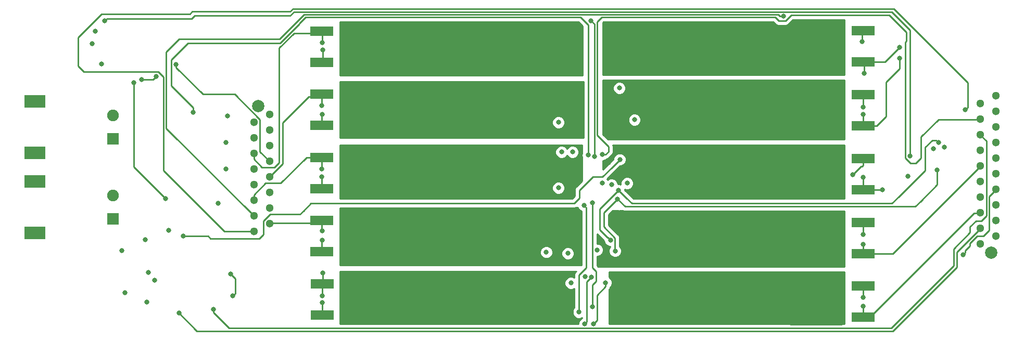
<source format=gbl>
G04 #@! TF.GenerationSoftware,KiCad,Pcbnew,5.0.2-bee76a0~70~ubuntu16.04.1*
G04 #@! TF.CreationDate,2019-04-22T00:31:27-04:00*
G04 #@! TF.ProjectId,BMS_peripheral,424d535f-7065-4726-9970-686572616c2e,rev?*
G04 #@! TF.SameCoordinates,Original*
G04 #@! TF.FileFunction,Copper,L4,Bot*
G04 #@! TF.FilePolarity,Positive*
%FSLAX46Y46*%
G04 Gerber Fmt 4.6, Leading zero omitted, Abs format (unit mm)*
G04 Created by KiCad (PCBNEW 5.0.2-bee76a0~70~ubuntu16.04.1) date Mon 22 Apr 2019 12:31:27 AM EDT*
%MOMM*%
%LPD*%
G01*
G04 APERTURE LIST*
G04 #@! TA.AperFunction,ComponentPad*
%ADD10C,2.000000*%
G04 #@! TD*
G04 #@! TA.AperFunction,ComponentPad*
%ADD11C,1.300000*%
G04 #@! TD*
G04 #@! TA.AperFunction,SMDPad,CuDef*
%ADD12R,8.510000X7.870000*%
G04 #@! TD*
G04 #@! TA.AperFunction,SMDPad,CuDef*
%ADD13R,3.810000X1.650000*%
G04 #@! TD*
G04 #@! TA.AperFunction,WasherPad*
%ADD14R,3.400000X2.000000*%
G04 #@! TD*
G04 #@! TA.AperFunction,ComponentPad*
%ADD15R,1.900000X1.900000*%
G04 #@! TD*
G04 #@! TA.AperFunction,ComponentPad*
%ADD16C,1.900000*%
G04 #@! TD*
G04 #@! TA.AperFunction,ViaPad*
%ADD17C,0.800000*%
G04 #@! TD*
G04 #@! TA.AperFunction,Conductor*
%ADD18C,0.254000*%
G04 #@! TD*
G04 #@! TA.AperFunction,Conductor*
%ADD19C,0.250000*%
G04 #@! TD*
G04 APERTURE END LIST*
D10*
G04 #@! TO.P,J3,17*
G04 #@! TO.N,N/C*
X83798000Y-37462000D03*
D11*
G04 #@! TO.P,J3,16*
G04 #@! TO.N,/MODULE5_TEMP2*
X83058000Y-57912000D03*
G04 #@! TO.P,J3,15*
G04 #@! TO.N,/CELL4_VOLT*
X85598000Y-56642000D03*
G04 #@! TO.P,J3,14*
G04 #@! TO.N,/MODULE5_TEMP1*
X83058000Y-55372000D03*
G04 #@! TO.P,J3,13*
G04 #@! TO.N,/MODULE4_TEMP2*
X85598000Y-54102000D03*
G04 #@! TO.P,J3,12*
G04 #@! TO.N,/CELL3_VOLT*
X83058000Y-52832000D03*
G04 #@! TO.P,J3,11*
G04 #@! TO.N,/MODULE4_TEMP1*
X85598000Y-51562000D03*
G04 #@! TO.P,J3,10*
G04 #@! TO.N,/MODULE3_TEMP2*
X83058000Y-50292000D03*
G04 #@! TO.P,J3,9*
G04 #@! TO.N,/CELL2_VOLT*
X85598000Y-49022000D03*
G04 #@! TO.P,J3,8*
G04 #@! TO.N,/MODULE3_TEMP1*
X83058000Y-47752000D03*
G04 #@! TO.P,J3,6*
G04 #@! TO.N,/CELL1_VOLT*
X83058000Y-45212000D03*
G04 #@! TO.P,J3,4*
G04 #@! TO.N,GND*
X83058000Y-42672000D03*
G04 #@! TO.P,J3,2*
G04 #@! TO.N,/CELL0_VOLT*
X83058000Y-40132000D03*
G04 #@! TO.P,J3,7*
G04 #@! TO.N,/MODULE2_TEMP2*
X85598000Y-46482000D03*
G04 #@! TO.P,J3,1*
G04 #@! TO.N,/MODULE1_TEMP1*
X85598000Y-38862000D03*
G04 #@! TO.P,J3,3*
G04 #@! TO.N,/MODULE1_TEMP2*
X85598000Y-41402000D03*
G04 #@! TO.P,J3,5*
G04 #@! TO.N,/MODULE2_TEMP1*
X85598000Y-43942000D03*
G04 #@! TD*
G04 #@! TO.P,J4,5*
G04 #@! TO.N,/CELL6_VOLT*
X201168000Y-54864000D03*
G04 #@! TO.P,J4,3*
G04 #@! TO.N,/MODULE9_TEMP1*
X201168000Y-57404000D03*
G04 #@! TO.P,J4,1*
G04 #@! TO.N,/MODULE9_TEMP2*
X201168000Y-59944000D03*
G04 #@! TO.P,J4,7*
G04 #@! TO.N,/MODULE8_TEMP1*
X201168000Y-52324000D03*
G04 #@! TO.P,J4,2*
G04 #@! TO.N,/CELL8_VOLT*
X203708000Y-58674000D03*
G04 #@! TO.P,J4,4*
G04 #@! TO.N,/MODULE10_TEMP2*
X203708000Y-56134000D03*
G04 #@! TO.P,J4,6*
G04 #@! TO.N,/MODULE8_TEMP2*
X203708000Y-53594000D03*
G04 #@! TO.P,J4,8*
G04 #@! TO.N,/CELL5_VOLT*
X203708000Y-51054000D03*
G04 #@! TO.P,J4,9*
G04 #@! TO.N,/MODULE7_TEMP2*
X201168000Y-49784000D03*
G04 #@! TO.P,J4,10*
G04 #@! TO.N,/MODULE7_TEMP1*
X203708000Y-48514000D03*
G04 #@! TO.P,J4,11*
G04 #@! TO.N,/CELL7_VOLT*
X201168000Y-47244000D03*
G04 #@! TO.P,J4,12*
G04 #@! TO.N,/MODULE6_TEMP2*
X203708000Y-45974000D03*
G04 #@! TO.P,J4,13*
G04 #@! TO.N,/MODULE6_TEMP1*
X201168000Y-44704000D03*
G04 #@! TO.P,J4,14*
G04 #@! TO.N,/CELL9_VOLT*
X203708000Y-43434000D03*
G04 #@! TO.P,J4,15*
G04 #@! TO.N,/MODULE10_TEMP1*
X201168000Y-42164000D03*
G04 #@! TO.P,J4,16*
G04 #@! TO.N,/CELL10_VOLT*
X203708000Y-40894000D03*
G04 #@! TO.P,J4,17*
G04 #@! TO.N,/V+*
X201168000Y-39624000D03*
G04 #@! TO.P,J4,18*
G04 #@! TO.N,/VREG*
X203708000Y-38354000D03*
G04 #@! TO.P,J4,19*
G04 #@! TO.N,GND*
X201168000Y-37084000D03*
G04 #@! TO.P,J4,20*
G04 #@! TO.N,Net-(J4-Pad20)*
X203708000Y-35814000D03*
D10*
G04 #@! TO.P,J4,21*
G04 #@! TO.N,N/C*
X202968000Y-61344000D03*
G04 #@! TD*
D12*
G04 #@! TO.P,R11,EP*
G04 #@! TO.N,Net-(R11-PadEP)*
X101752400Y-27838400D03*
D13*
G04 #@! TO.P,R11,2*
G04 #@! TO.N,/CELL1_VOLT*
X94127400Y-25298400D03*
G04 #@! TO.P,R11,1*
G04 #@! TO.N,Net-(D1-Pad2)*
X94127400Y-30378400D03*
G04 #@! TD*
G04 #@! TO.P,R12,1*
G04 #@! TO.N,Net-(D2-Pad2)*
X94127400Y-40589200D03*
G04 #@! TO.P,R12,2*
G04 #@! TO.N,/CELL2_VOLT*
X94127400Y-35509200D03*
D12*
G04 #@! TO.P,R12,EP*
G04 #@! TO.N,Net-(R12-PadEP)*
X101752400Y-38049200D03*
G04 #@! TD*
D13*
G04 #@! TO.P,R13,1*
G04 #@! TO.N,Net-(D3-Pad2)*
X94102000Y-50901600D03*
G04 #@! TO.P,R13,2*
G04 #@! TO.N,/CELL3_VOLT*
X94102000Y-45821600D03*
D12*
G04 #@! TO.P,R13,EP*
G04 #@! TO.N,Net-(R13-PadEP)*
X101727000Y-48361600D03*
G04 #@! TD*
G04 #@! TO.P,R14,EP*
G04 #@! TO.N,Net-(R14-PadEP)*
X101752400Y-58674000D03*
D13*
G04 #@! TO.P,R14,2*
G04 #@! TO.N,/CELL4_VOLT*
X94127400Y-56134000D03*
G04 #@! TO.P,R14,1*
G04 #@! TO.N,Net-(D4-Pad2)*
X94127400Y-61214000D03*
G04 #@! TD*
G04 #@! TO.P,R15,1*
G04 #@! TO.N,Net-(D5-Pad2)*
X94152800Y-71475600D03*
G04 #@! TO.P,R15,2*
G04 #@! TO.N,/CELL5_VOLT*
X94152800Y-66395600D03*
D12*
G04 #@! TO.P,R15,EP*
G04 #@! TO.N,Net-(R15-PadEP)*
X101777800Y-68935600D03*
G04 #@! TD*
D13*
G04 #@! TO.P,R16,1*
G04 #@! TO.N,Net-(D6-Pad2)*
X182123000Y-66802000D03*
G04 #@! TO.P,R16,2*
G04 #@! TO.N,/CELL6_VOLT*
X182123000Y-71882000D03*
D12*
G04 #@! TO.P,R16,EP*
G04 #@! TO.N,Net-(R16-PadEP)*
X174498000Y-69342000D03*
G04 #@! TD*
G04 #@! TO.P,R17,EP*
G04 #@! TO.N,Net-(R17-PadEP)*
X174498000Y-58991500D03*
D13*
G04 #@! TO.P,R17,2*
G04 #@! TO.N,/CELL7_VOLT*
X182123000Y-61531500D03*
G04 #@! TO.P,R17,1*
G04 #@! TO.N,Net-(D7-Pad2)*
X182123000Y-56451500D03*
G04 #@! TD*
D12*
G04 #@! TO.P,R18,EP*
G04 #@! TO.N,Net-(R18-PadEP)*
X174498000Y-48577500D03*
D13*
G04 #@! TO.P,R18,2*
G04 #@! TO.N,/CELL8_VOLT*
X182123000Y-51117500D03*
G04 #@! TO.P,R18,1*
G04 #@! TO.N,Net-(D8-Pad2)*
X182123000Y-46037500D03*
G04 #@! TD*
D12*
G04 #@! TO.P,R19,EP*
G04 #@! TO.N,Net-(R19-PadEP)*
X174523400Y-38125400D03*
D13*
G04 #@! TO.P,R19,2*
G04 #@! TO.N,/CELL9_VOLT*
X182148400Y-40665400D03*
G04 #@! TO.P,R19,1*
G04 #@! TO.N,Net-(D9-Pad2)*
X182148400Y-35585400D03*
G04 #@! TD*
D12*
G04 #@! TO.P,R20,EP*
G04 #@! TO.N,Net-(R20-PadEP)*
X174523400Y-27711400D03*
D13*
G04 #@! TO.P,R20,2*
G04 #@! TO.N,/CELL10_VOLT*
X182148400Y-30251400D03*
G04 #@! TO.P,R20,1*
G04 #@! TO.N,Net-(D10-Pad2)*
X182148400Y-25171400D03*
G04 #@! TD*
D14*
G04 #@! TO.P,J1,*
G04 #@! TO.N,*
X47431960Y-45057060D03*
X47431960Y-36675060D03*
D15*
G04 #@! TO.P,J1,1*
G04 #@! TO.N,Net-(J1-Pad1)*
X60131960Y-42771060D03*
D16*
G04 #@! TO.P,J1,2*
G04 #@! TO.N,Net-(J1-Pad2)*
X60131960Y-38961060D03*
G04 #@! TD*
G04 #@! TO.P,J2,2*
G04 #@! TO.N,Net-(J2-Pad2)*
X60154820Y-51996340D03*
D15*
G04 #@! TO.P,J2,1*
G04 #@! TO.N,Net-(J2-Pad1)*
X60154820Y-55806340D03*
D14*
G04 #@! TO.P,J2,*
G04 #@! TO.N,*
X47454820Y-49710340D03*
X47454820Y-58092340D03*
G04 #@! TD*
D17*
G04 #@! TO.N,GND*
X77216000Y-53276500D03*
X78486000Y-47688500D03*
X78486000Y-43370500D03*
X78740000Y-39052500D03*
X65905380Y-64579500D03*
X132588000Y-40132000D03*
X132588000Y-50800000D03*
X58293000Y-30607000D03*
X57277000Y-25273000D03*
X61587380Y-61023500D03*
X62095380Y-67881500D03*
X144953847Y-39704153D03*
X143764000Y-50038000D03*
X141224000Y-50292000D03*
X136906000Y-65278000D03*
X134112000Y-61468000D03*
X189411050Y-48895000D03*
X134874000Y-44958000D03*
X69207380Y-57721500D03*
G04 #@! TO.N,/VREG*
X195326000Y-44196000D03*
X193548000Y-44450000D03*
X142494000Y-34544000D03*
X139700000Y-50038000D03*
X133096000Y-44958000D03*
X56769000Y-27305000D03*
X65397380Y-59245500D03*
X65651380Y-69405500D03*
X66921380Y-65849500D03*
X138874500Y-60896500D03*
X130619500Y-61277500D03*
G04 #@! TO.N,/TEMP_SENSE*
X142566000Y-46164500D03*
X71577200Y-58648600D03*
G04 #@! TO.N,Net-(D1-Pad2)*
X94284800Y-28321000D03*
G04 #@! TO.N,Net-(D2-Pad2)*
X94132400Y-38785800D03*
G04 #@! TO.N,Net-(D3-Pad2)*
X94081600Y-48971200D03*
G04 #@! TO.N,Net-(D4-Pad2)*
X94157800Y-59334400D03*
G04 #@! TO.N,Net-(D5-Pad2)*
X94132400Y-69443600D03*
G04 #@! TO.N,Net-(D6-Pad2)*
X182118000Y-68643500D03*
G04 #@! TO.N,Net-(D7-Pad2)*
X182118000Y-58356500D03*
G04 #@! TO.N,Net-(D8-Pad2)*
X180467000Y-48641000D03*
G04 #@! TO.N,Net-(D9-Pad2)*
X182118000Y-37642800D03*
G04 #@! TO.N,Net-(D10-Pad2)*
X181991000Y-27000200D03*
G04 #@! TO.N,/MODULE2_TEMP2*
X70416847Y-30665847D03*
G04 #@! TO.N,/CELL1_VOLT*
X94132400Y-27127200D03*
G04 #@! TO.N,/CELL2_VOLT*
X94107000Y-37414200D03*
G04 #@! TO.N,/CELL3_VOLT*
X94081600Y-47726600D03*
G04 #@! TO.N,/MODULE5_TEMP1*
X169164000Y-22828510D03*
G04 #@! TO.N,/CELL4_VOLT*
X94157800Y-57810400D03*
G04 #@! TO.N,/MODULE5_TEMP2*
X198755000Y-38100000D03*
G04 #@! TO.N,/CELL6_VOLT*
X182181500Y-70040500D03*
G04 #@! TO.N,/MODULE9_TEMP1*
X70858380Y-71183500D03*
G04 #@! TO.N,/CELL8_VOLT*
X182118000Y-49085500D03*
X185293000Y-51117500D03*
G04 #@! TO.N,/CELL5_VOLT*
X198374000Y-61722000D03*
X94234000Y-64617600D03*
X94132400Y-68351400D03*
G04 #@! TO.N,/CELL7_VOLT*
X182143400Y-59969400D03*
G04 #@! TO.N,/MODULE10_TEMP1*
X76446380Y-70548500D03*
G04 #@! TO.N,/CELL9_VOLT*
X188028858Y-29649142D03*
X182118000Y-38836600D03*
G04 #@! TO.N,/CELL10_VOLT*
X188036200Y-27889200D03*
X182295800Y-32131000D03*
G04 #@! TO.N,/V+*
X139700000Y-45339000D03*
G04 #@! TO.N,/SDA*
X194183000Y-47879000D03*
X142189200Y-52603400D03*
X137957000Y-65303400D03*
X136880600Y-72935000D03*
X141808200Y-61061600D03*
G04 #@! TO.N,/SCL*
X134620000Y-66294000D03*
X194437000Y-43434000D03*
X142367000Y-51181000D03*
X140274904Y-66233904D03*
X138303000Y-72923400D03*
X141055800Y-59309000D03*
G04 #@! TO.N,/VREF2*
X67183000Y-32639000D03*
X64812000Y-33147000D03*
X79621380Y-68389500D03*
X79240380Y-64833500D03*
X63500000Y-33655000D03*
X68666360Y-52552600D03*
G04 #@! TO.N,/IPA*
X137414000Y-45466000D03*
X73152000Y-38481000D03*
G04 #@! TO.N,/IMA*
X138430000Y-45720000D03*
X137858500Y-23558500D03*
G04 #@! TO.N,/IPB*
X135895076Y-71028551D03*
X136728200Y-53619400D03*
G04 #@! TO.N,/IMB*
X138125200Y-70154800D03*
X138125200Y-53213000D03*
G04 #@! TO.N,Net-(U4-Pad3)*
X58801000Y-23622000D03*
X189738000Y-45593000D03*
G04 #@! TD*
D18*
G04 #@! TO.N,/TEMP_SENSE*
X83360962Y-59055000D02*
X82804000Y-59055000D01*
X84620999Y-56173039D02*
X85715037Y-55079001D01*
X84620999Y-58381001D02*
X84620999Y-56173039D01*
X83947000Y-59055000D02*
X84620999Y-58381001D01*
X141300200Y-47430300D02*
X142566000Y-46164500D01*
X141105500Y-47625000D02*
X141300200Y-47430300D01*
D19*
X139759300Y-48971200D02*
X141300200Y-47430300D01*
X138169798Y-48971200D02*
X139759300Y-48971200D01*
X135985398Y-51155600D02*
X138169798Y-48971200D01*
X88468200Y-55079001D02*
X89853399Y-55079001D01*
D18*
X85715037Y-55079001D02*
X88468200Y-55079001D01*
X88468200Y-55079001D02*
X90534009Y-55079001D01*
X91084400Y-54528610D02*
X91089590Y-54528610D01*
X90534009Y-55079001D02*
X91084400Y-54528610D01*
X91089590Y-54528610D02*
X92329000Y-53289200D01*
X92329000Y-53289200D02*
X135147198Y-53289200D01*
D19*
X135985398Y-52451000D02*
X135985398Y-51155600D01*
D18*
X135147198Y-53289200D02*
X135985398Y-52451000D01*
X82804000Y-59055000D02*
X83746340Y-59055000D01*
X83746340Y-59055000D02*
X83947000Y-59055000D01*
X76001880Y-59055000D02*
X83746340Y-59055000D01*
X75595480Y-58648600D02*
X76001880Y-59055000D01*
X71577200Y-58648600D02*
X75595480Y-58648600D01*
G04 #@! TO.N,Net-(D1-Pad2)*
X94234000Y-30602000D02*
X94165500Y-30670500D01*
X94234000Y-28702000D02*
X94234000Y-30602000D01*
X94234000Y-28371800D02*
X94284800Y-28321000D01*
X94234000Y-28702000D02*
X94234000Y-28371800D01*
G04 #@! TO.N,Net-(D2-Pad2)*
X93980000Y-40835500D02*
X94165500Y-41021000D01*
X94127400Y-38790800D02*
X94132400Y-38785800D01*
X94127400Y-40589200D02*
X94127400Y-38790800D01*
G04 #@! TO.N,Net-(D3-Pad2)*
X94102000Y-48991600D02*
X94081600Y-48971200D01*
X94102000Y-50901600D02*
X94102000Y-48991600D01*
G04 #@! TO.N,Net-(D4-Pad2)*
X94127400Y-59364800D02*
X94157800Y-59334400D01*
X94127400Y-61214000D02*
X94127400Y-59364800D01*
G04 #@! TO.N,Net-(D5-Pad2)*
X94152800Y-69464000D02*
X94132400Y-69443600D01*
X94152800Y-71475600D02*
X94152800Y-69464000D01*
G04 #@! TO.N,Net-(D6-Pad2)*
X182123000Y-68638500D02*
X182118000Y-68643500D01*
X182123000Y-66802000D02*
X182123000Y-68638500D01*
G04 #@! TO.N,Net-(D7-Pad2)*
X182123000Y-58351500D02*
X182118000Y-58356500D01*
X182123000Y-56451500D02*
X182123000Y-58351500D01*
G04 #@! TO.N,Net-(D8-Pad2)*
X182123000Y-47116500D02*
X182123000Y-46037500D01*
X181932000Y-47307500D02*
X182123000Y-47116500D01*
X181800500Y-47307500D02*
X181932000Y-47307500D01*
X181800500Y-47307500D02*
X180467000Y-48641000D01*
G04 #@! TO.N,Net-(D9-Pad2)*
X182148400Y-37612400D02*
X182118000Y-37642800D01*
X182148400Y-35585400D02*
X182148400Y-37612400D01*
D19*
G04 #@! TO.N,Net-(D10-Pad2)*
X181991000Y-25328800D02*
X182148400Y-25171400D01*
X181991000Y-27000200D02*
X181991000Y-25328800D01*
D18*
G04 #@! TO.N,/MODULE2_TEMP2*
X84035001Y-39663039D02*
X79931962Y-35560000D01*
X85598000Y-46482000D02*
X84035001Y-44919001D01*
X84035001Y-44919001D02*
X84035001Y-39663039D01*
X74745315Y-35560000D02*
X75057000Y-35560000D01*
X70416847Y-31231532D02*
X74745315Y-35560000D01*
X70416847Y-30665847D02*
X70416847Y-31231532D01*
X79931962Y-35560000D02*
X75057000Y-35560000D01*
G04 #@! TO.N,/CELL1_VOLT*
X83058000Y-46131238D02*
X83058000Y-45212000D01*
X84385763Y-47459001D02*
X83058000Y-46131238D01*
X86398999Y-47459001D02*
X84385763Y-47459001D01*
X93976337Y-25779663D02*
X94165500Y-25590500D01*
X87185500Y-46672500D02*
X86398999Y-47459001D01*
X87185500Y-46672500D02*
X87185500Y-34099500D01*
X87185500Y-34099500D02*
X87185500Y-33649500D01*
X92006500Y-25590500D02*
X94165500Y-25590500D01*
X89590736Y-25590500D02*
X92006500Y-25590500D01*
X87185500Y-27995736D02*
X89590736Y-25590500D01*
X87185500Y-34099500D02*
X87185500Y-27995736D01*
X94132400Y-25303400D02*
X94127400Y-25298400D01*
X94132400Y-27127200D02*
X94132400Y-25303400D01*
G04 #@! TO.N,/CELL2_VOLT*
X92006500Y-35941000D02*
X87757000Y-40190500D01*
X94165500Y-35941000D02*
X92006500Y-35941000D01*
X87757000Y-46863000D02*
X85598000Y-49022000D01*
X87757000Y-40190500D02*
X87757000Y-46863000D01*
X94170500Y-35946000D02*
X94165500Y-35941000D01*
X94127400Y-37393800D02*
X94107000Y-37414200D01*
X94127400Y-35509200D02*
X94127400Y-37393800D01*
G04 #@! TO.N,/CELL3_VOLT*
X94234000Y-46360000D02*
X94165500Y-46291500D01*
X91592400Y-45821600D02*
X94102000Y-45821600D01*
X83058000Y-52832000D02*
X83058000Y-51912762D01*
X83058000Y-51912762D02*
X84971761Y-49999001D01*
X84971761Y-49999001D02*
X87414999Y-49999001D01*
X87414999Y-49999001D02*
X91592400Y-45821600D01*
X94102000Y-47706200D02*
X94081600Y-47726600D01*
X94102000Y-45821600D02*
X94102000Y-47706200D01*
G04 #@! TO.N,/MODULE5_TEMP1*
X83058000Y-55372000D02*
X68780010Y-41094010D01*
X68780010Y-41094010D02*
X68780010Y-28628990D01*
D19*
X70866000Y-26543000D02*
X87249000Y-26543000D01*
D18*
X68780010Y-28628990D02*
X70866000Y-26543000D01*
D19*
X87249000Y-26543000D02*
X89789000Y-24003000D01*
X168323325Y-22553520D02*
X91238480Y-22553520D01*
X91238480Y-22553520D02*
X90360500Y-23431500D01*
D18*
X90360500Y-23431500D02*
X90495010Y-23296990D01*
X89789000Y-24003000D02*
X90360500Y-23431500D01*
D19*
X169164000Y-22828510D02*
X168598315Y-22828510D01*
X168598315Y-22828510D02*
X168323325Y-22553520D01*
D18*
G04 #@! TO.N,/CELL4_VOLT*
X85699600Y-56540400D02*
X85598000Y-56642000D01*
X94152800Y-56540400D02*
X85699600Y-56540400D01*
X94127400Y-57780000D02*
X94157800Y-57810400D01*
X94127400Y-56134000D02*
X94127400Y-57780000D01*
D19*
G04 #@! TO.N,/MODULE5_TEMP2*
X199154999Y-33673999D02*
X197104000Y-31623000D01*
X199154999Y-37700001D02*
X199154999Y-33673999D01*
X198755000Y-38100000D02*
X199154999Y-37700001D01*
X197104000Y-31623000D02*
X197231000Y-31750000D01*
D18*
X83058000Y-57912000D02*
X78232000Y-57912000D01*
X67496962Y-31877000D02*
X68326000Y-32706038D01*
X68326000Y-32706038D02*
X68326000Y-48006000D01*
X78232000Y-57912000D02*
X68326000Y-48006000D01*
D19*
X55626000Y-31877000D02*
X55372000Y-31877000D01*
D18*
X55626000Y-31877000D02*
X67496962Y-31877000D01*
D19*
X55372000Y-31877000D02*
X54483000Y-30988000D01*
X54483000Y-30988000D02*
X54483000Y-26289000D01*
X54483000Y-26289000D02*
X58293000Y-22479000D01*
X58293000Y-22479000D02*
X72644000Y-22479000D01*
D18*
X72644000Y-22479000D02*
X73025000Y-22098000D01*
X73025000Y-22098000D02*
X88646000Y-22098000D01*
D19*
X187579000Y-22098000D02*
X197104000Y-31623000D01*
X88646000Y-22098000D02*
X88963500Y-22098000D01*
X88963500Y-22098000D02*
X89408000Y-21653500D01*
X89408000Y-21653500D02*
X187134500Y-21653500D01*
X187134500Y-21653500D02*
X187579000Y-22098000D01*
D18*
G04 #@! TO.N,/CELL6_VOLT*
X182181500Y-71823500D02*
X182123000Y-71882000D01*
X182181500Y-70040500D02*
X182181500Y-71823500D01*
X200185000Y-54900000D02*
X200280762Y-54900000D01*
X200280762Y-54900000D02*
X201200000Y-54900000D01*
X183203000Y-71882000D02*
X200185000Y-54900000D01*
X182123000Y-71882000D02*
X183203000Y-71882000D01*
D19*
G04 #@! TO.N,/MODULE9_TEMP1*
X184150000Y-74121990D02*
X186990010Y-74121990D01*
X184449910Y-74121990D02*
X184150000Y-74121990D01*
X197358000Y-63754000D02*
X197358000Y-61282000D01*
X186990010Y-74121990D02*
X197358000Y-63754000D01*
X201200000Y-57440000D02*
X197358000Y-61282000D01*
D18*
X70858380Y-71183500D02*
X73698100Y-74023220D01*
X73698100Y-74023220D02*
X73698100Y-74025760D01*
D19*
X73786710Y-74114370D02*
X74629990Y-74121990D01*
D18*
X73698100Y-74025760D02*
X73786710Y-74114370D01*
D19*
X184150000Y-74121990D02*
X73786710Y-74114370D01*
D18*
G04 #@! TO.N,/CELL8_VOLT*
X182123000Y-49090500D02*
X182118000Y-49085500D01*
X182123000Y-51117500D02*
X182123000Y-49090500D01*
X182123000Y-51117500D02*
X185293000Y-51117500D01*
G04 #@! TO.N,/CELL5_VOLT*
X94234000Y-66314400D02*
X94152800Y-66395600D01*
X94234000Y-64617600D02*
X94234000Y-66314400D01*
X94132400Y-66416000D02*
X94152800Y-66395600D01*
X94132400Y-68351400D02*
X94132400Y-66416000D01*
D19*
X202625010Y-52204990D02*
X203090001Y-51739999D01*
X202625010Y-57699590D02*
X202625010Y-52204990D01*
X203090001Y-51739999D02*
X203740000Y-51090000D01*
X201726800Y-58597800D02*
X202625010Y-57699590D01*
X200678610Y-58597800D02*
X201726800Y-58597800D01*
X199491600Y-59784810D02*
X200678610Y-58597800D01*
X198374000Y-61722000D02*
X198773999Y-61322001D01*
X198773999Y-60962999D02*
X199491600Y-60245398D01*
X198773999Y-61322001D02*
X198773999Y-60962999D01*
X199491600Y-60245398D02*
X199491600Y-59784810D01*
D18*
G04 #@! TO.N,/CELL7_VOLT*
X195902000Y-52578000D02*
X201200000Y-47280000D01*
D19*
X195013000Y-53467000D02*
X195902000Y-52578000D01*
D18*
X194124000Y-54356000D02*
X195013000Y-53467000D01*
X186948500Y-61531500D02*
X194124000Y-54356000D01*
X182123000Y-61531500D02*
X186948500Y-61531500D01*
X182123000Y-61531500D02*
X182123000Y-59989800D01*
X182123000Y-59989800D02*
X182143400Y-59969400D01*
D19*
G04 #@! TO.N,/MODULE10_TEMP1*
X183134000Y-73660000D02*
X183388000Y-73660000D01*
D18*
X183134000Y-73660000D02*
X183642000Y-73660000D01*
X183642000Y-73660000D02*
X183908002Y-73660000D01*
X78992195Y-73660000D02*
X79715360Y-73660000D01*
X76446380Y-71114185D02*
X78992195Y-73660000D01*
X76446380Y-70548500D02*
X76446380Y-71114185D01*
D19*
X79715360Y-73660000D02*
X183134000Y-73660000D01*
X201967802Y-55575200D02*
X201967802Y-55588198D01*
X201967802Y-55588198D02*
X201396600Y-56159400D01*
X202175001Y-43175001D02*
X202175001Y-55368001D01*
X202175001Y-55368001D02*
X201967802Y-55575200D01*
X201200000Y-42200000D02*
X202175001Y-43175001D01*
X196850000Y-63500000D02*
X186690000Y-73660000D01*
X199491600Y-58076402D02*
X196850000Y-60718002D01*
X201396600Y-56159400D02*
X200482200Y-56159400D01*
X200482200Y-56159400D02*
X199491600Y-57150000D01*
X186690000Y-73660000D02*
X183642000Y-73660000D01*
X199491600Y-57150000D02*
X199491600Y-58076402D01*
X196850000Y-60718002D02*
X196850000Y-63500000D01*
G04 #@! TO.N,/CELL9_VOLT*
X188028858Y-31376342D02*
X188028858Y-29649142D01*
X185851800Y-33553400D02*
X186512200Y-32893000D01*
X186512200Y-32893000D02*
X188028858Y-31376342D01*
X186385200Y-33020000D02*
X186512200Y-32893000D01*
D18*
X185851800Y-39121000D02*
X185851800Y-33553400D01*
X184307400Y-40665400D02*
X185851800Y-39121000D01*
X182148400Y-40665400D02*
X184307400Y-40665400D01*
X182148400Y-38867000D02*
X182118000Y-38836600D01*
X182148400Y-40665400D02*
X182148400Y-38867000D01*
D19*
G04 #@! TO.N,/CELL10_VOLT*
X185674000Y-30251400D02*
X188036200Y-27889200D01*
X182148400Y-30251400D02*
X185674000Y-30251400D01*
X182295800Y-30398800D02*
X182148400Y-30251400D01*
X182295800Y-32131000D02*
X182295800Y-30398800D01*
G04 #@! TO.N,/V+*
X194401000Y-39660000D02*
X201200000Y-39660000D01*
X191579500Y-42481500D02*
X194401000Y-39660000D01*
X191579500Y-45910500D02*
X191579500Y-42481500D01*
X186372500Y-22669500D02*
X189166500Y-25463500D01*
X190690500Y-46799500D02*
X191579500Y-45910500D01*
X171672510Y-22631512D02*
X171710498Y-22669500D01*
X189012999Y-45941001D02*
X189871498Y-46799500D01*
X138874500Y-23749000D02*
X139619970Y-23003530D01*
X139619970Y-23003530D02*
X167847030Y-23003530D01*
X138874500Y-25208090D02*
X138874500Y-23749000D01*
X138880010Y-25213600D02*
X138874500Y-25208090D01*
X167847030Y-23003530D02*
X168397011Y-23553511D01*
X171710498Y-22669500D02*
X186372500Y-22669500D01*
X168397011Y-23553511D02*
X169512001Y-23553511D01*
X169512001Y-23553511D02*
X170434000Y-22631512D01*
X189166500Y-26924000D02*
X189012999Y-27077501D01*
X170434000Y-22631512D02*
X171672510Y-22631512D01*
X189166500Y-25463500D02*
X189166500Y-26924000D01*
X189871498Y-46799500D02*
X190690500Y-46799500D01*
X189012999Y-27077501D02*
X189012999Y-45941001D01*
D18*
X138882010Y-40330010D02*
X138882010Y-39058010D01*
D19*
X138882010Y-39058010D02*
X138880010Y-25213600D01*
D18*
X140265685Y-45339000D02*
X140716000Y-44888685D01*
X139700000Y-45339000D02*
X140265685Y-45339000D01*
X140716000Y-44888685D02*
X140716000Y-44069000D01*
X138882010Y-42235010D02*
X138882010Y-40330010D01*
X140716000Y-44069000D02*
X138882010Y-42235010D01*
D19*
G04 #@! TO.N,/SDA*
X194183000Y-47879000D02*
X194183000Y-50292000D01*
X194183000Y-50292000D02*
X191516000Y-52959000D01*
D18*
X190627000Y-53848000D02*
X191516000Y-52959000D01*
X168207962Y-53848000D02*
X168592500Y-53848000D01*
X168592500Y-53848000D02*
X190627000Y-53848000D01*
X168592500Y-53848000D02*
X143891000Y-53848000D01*
X143433800Y-53848000D02*
X143891000Y-53848000D01*
X142189200Y-52603400D02*
X143433800Y-53848000D01*
X137210800Y-66049600D02*
X137210800Y-69755010D01*
X137957000Y-65303400D02*
X137210800Y-66049600D01*
X137210800Y-72604800D02*
X136880600Y-72935000D01*
X137210800Y-69755010D02*
X137210800Y-72604800D01*
X139954000Y-54838600D02*
X142189200Y-52603400D01*
X141808200Y-61061600D02*
X141782800Y-61036200D01*
X141782800Y-61036200D02*
X141782801Y-58960039D01*
X141782801Y-58960039D02*
X139954000Y-57131238D01*
X139954000Y-57131238D02*
X139954000Y-54838600D01*
D19*
G04 #@! TO.N,/SCL*
X194037001Y-43034001D02*
X194437000Y-43434000D01*
X192208002Y-44196000D02*
X193370001Y-43034001D01*
X192208002Y-47948998D02*
X192208002Y-44196000D01*
X193370001Y-43034001D02*
X194037001Y-43034001D01*
X187960000Y-52197000D02*
X192208002Y-47948998D01*
D18*
X187960000Y-52197000D02*
X186817000Y-53340000D01*
D19*
X142367000Y-51181000D02*
X143637000Y-52451000D01*
D18*
X144526000Y-53340000D02*
X143637000Y-52451000D01*
X168656000Y-53340000D02*
X144526000Y-53340000D01*
X186817000Y-53340000D02*
X168656000Y-53340000D01*
X168656000Y-53340000D02*
X168402000Y-53340000D01*
D19*
X138850201Y-72376199D02*
X138850201Y-68261399D01*
X138303000Y-72923400D02*
X138850201Y-72376199D01*
X140274904Y-66836696D02*
X140274904Y-66233904D01*
X138850201Y-68261399D02*
X140274904Y-66836696D01*
D18*
X140655801Y-58909001D02*
X140570001Y-58909001D01*
X141055800Y-59309000D02*
X140655801Y-58909001D01*
X140570001Y-58909001D02*
X139319000Y-57658000D01*
X139319000Y-57658000D02*
X139319000Y-54229000D01*
D19*
X141097000Y-52451000D02*
X142367000Y-51181000D01*
D18*
X139319000Y-54229000D02*
X141097000Y-52451000D01*
G04 #@! TO.N,/VREF2*
X66675000Y-33147000D02*
X67183000Y-32639000D01*
D19*
X64812000Y-33147000D02*
X66675000Y-33147000D01*
X80021379Y-67989501D02*
X80021379Y-66630499D01*
X79621380Y-68389500D02*
X80021379Y-67989501D01*
X80021379Y-66630499D02*
X80002380Y-66611500D01*
X80002380Y-66611500D02*
X80002380Y-65595500D01*
X80002380Y-65595500D02*
X79240380Y-64833500D01*
D18*
X63500000Y-47386240D02*
X63500000Y-33655000D01*
X68666360Y-52552600D02*
X63500000Y-47386240D01*
G04 #@! TO.N,/IPA*
X73144933Y-38473933D02*
X73152000Y-38481000D01*
X73144933Y-37719000D02*
X73144933Y-38473933D01*
X69596000Y-34170067D02*
X73144933Y-37719000D01*
X69596000Y-29912038D02*
X69596000Y-34170067D01*
X72316640Y-27191398D02*
X69596000Y-29912038D01*
D19*
X87350600Y-27191398D02*
X87884000Y-26657998D01*
X86614000Y-27191398D02*
X87350600Y-27191398D01*
X87630000Y-26911998D02*
X87884000Y-26657998D01*
D18*
X86614000Y-27191398D02*
X72316640Y-27191398D01*
X90411998Y-24022068D02*
X90411998Y-24130000D01*
X91428536Y-23005530D02*
X90411998Y-24022068D01*
X136162530Y-23005530D02*
X91428536Y-23005530D01*
X137414000Y-24257000D02*
X136162530Y-23005530D01*
X137414000Y-45466000D02*
X137414000Y-24257000D01*
D19*
X87884000Y-26657998D02*
X90411998Y-24130000D01*
G04 #@! TO.N,/IMA*
X138430000Y-45720000D02*
X138430000Y-38100000D01*
X138430000Y-38100000D02*
X138430000Y-37846000D01*
D18*
X138422490Y-25519490D02*
X138428000Y-25525000D01*
X138422490Y-24122490D02*
X138422490Y-25519490D01*
X137858500Y-23558500D02*
X138422490Y-24122490D01*
D19*
X138430000Y-38100000D02*
X138428000Y-25525000D01*
X138428000Y-25525000D02*
X138430000Y-25400000D01*
G04 #@! TO.N,/IPB*
X135895076Y-71028551D02*
X135895076Y-65018924D01*
X135895076Y-65018924D02*
X137134600Y-63779400D01*
X137134600Y-54762400D02*
X137134600Y-54584600D01*
X137134600Y-63779400D02*
X137134600Y-54762400D01*
D18*
X136728200Y-53619400D02*
X137134600Y-54025800D01*
X137134600Y-54025800D02*
X137134600Y-54356000D01*
X137134600Y-54584600D02*
X137134600Y-54356000D01*
G04 #@! TO.N,/IMB*
X138684000Y-64363600D02*
X138684000Y-66040000D01*
X138125200Y-63804800D02*
X138684000Y-64363600D01*
X138684000Y-66040000D02*
X138125200Y-66598800D01*
X138125200Y-66598800D02*
X138125200Y-69545200D01*
D19*
X138125200Y-70154800D02*
X138125200Y-69545200D01*
D18*
X138125200Y-63804800D02*
X138125200Y-53213000D01*
D19*
G04 #@! TO.N,Net-(U4-Pad3)*
X58801000Y-23622000D02*
X59200999Y-23222001D01*
D18*
X72916999Y-23222001D02*
X73406000Y-22733000D01*
X59200999Y-23222001D02*
X72916999Y-23222001D01*
X73406000Y-22733000D02*
X88963500Y-22733000D01*
D19*
X189738000Y-25082500D02*
X189738000Y-25146000D01*
X88963500Y-22733000D02*
X88964910Y-22733000D01*
X186759010Y-22103510D02*
X189738000Y-25082500D01*
X88964910Y-22733000D02*
X89594400Y-22103510D01*
X189738000Y-25146000D02*
X189738000Y-45593000D01*
X89594400Y-22103510D02*
X186759010Y-22103510D01*
G04 #@! TD*
D18*
G04 #@! TO.N,Net-(R20-PadEP)*
G36*
X171635646Y-23429500D02*
X171635650Y-23429500D01*
X171710497Y-23444388D01*
X171785344Y-23429500D01*
X179070000Y-23429500D01*
X179070000Y-32385000D01*
X139827000Y-32385000D01*
X139827000Y-23871302D01*
X139934772Y-23763530D01*
X167532229Y-23763530D01*
X167806682Y-24037984D01*
X167849082Y-24101440D01*
X168100474Y-24269415D01*
X168322159Y-24313511D01*
X168322163Y-24313511D01*
X168397011Y-24328399D01*
X168471859Y-24313511D01*
X169437154Y-24313511D01*
X169512001Y-24328399D01*
X169586848Y-24313511D01*
X169586853Y-24313511D01*
X169808538Y-24269415D01*
X170059930Y-24101440D01*
X170102332Y-24037982D01*
X170748802Y-23391512D01*
X171444668Y-23391512D01*
X171635646Y-23429500D01*
X171635646Y-23429500D01*
G37*
X171635646Y-23429500D02*
X171635650Y-23429500D01*
X171710497Y-23444388D01*
X171785344Y-23429500D01*
X179070000Y-23429500D01*
X179070000Y-32385000D01*
X139827000Y-32385000D01*
X139827000Y-23871302D01*
X139934772Y-23763530D01*
X167532229Y-23763530D01*
X167806682Y-24037984D01*
X167849082Y-24101440D01*
X168100474Y-24269415D01*
X168322159Y-24313511D01*
X168322163Y-24313511D01*
X168397011Y-24328399D01*
X168471859Y-24313511D01*
X169437154Y-24313511D01*
X169512001Y-24328399D01*
X169586848Y-24313511D01*
X169586853Y-24313511D01*
X169808538Y-24269415D01*
X170059930Y-24101440D01*
X170102332Y-24037982D01*
X170748802Y-23391512D01*
X171444668Y-23391512D01*
X171635646Y-23429500D01*
G04 #@! TO.N,Net-(R19-PadEP)*
G36*
X179070000Y-42926000D02*
X140650631Y-42926000D01*
X139827000Y-42102370D01*
X139827000Y-39498279D01*
X143918847Y-39498279D01*
X143918847Y-39910027D01*
X144076416Y-40290433D01*
X144367567Y-40581584D01*
X144747973Y-40739153D01*
X145159721Y-40739153D01*
X145540127Y-40581584D01*
X145831278Y-40290433D01*
X145988847Y-39910027D01*
X145988847Y-39498279D01*
X145831278Y-39117873D01*
X145540127Y-38826722D01*
X145159721Y-38669153D01*
X144747973Y-38669153D01*
X144367567Y-38826722D01*
X144076416Y-39117873D01*
X143918847Y-39498279D01*
X139827000Y-39498279D01*
X139827000Y-34338126D01*
X141459000Y-34338126D01*
X141459000Y-34749874D01*
X141616569Y-35130280D01*
X141907720Y-35421431D01*
X142288126Y-35579000D01*
X142699874Y-35579000D01*
X143080280Y-35421431D01*
X143371431Y-35130280D01*
X143529000Y-34749874D01*
X143529000Y-34338126D01*
X143371431Y-33957720D01*
X143080280Y-33666569D01*
X142699874Y-33509000D01*
X142288126Y-33509000D01*
X141907720Y-33666569D01*
X141616569Y-33957720D01*
X141459000Y-34338126D01*
X139827000Y-34338126D01*
X139827000Y-33274000D01*
X179070000Y-33274000D01*
X179070000Y-42926000D01*
X179070000Y-42926000D01*
G37*
X179070000Y-42926000D02*
X140650631Y-42926000D01*
X139827000Y-42102370D01*
X139827000Y-39498279D01*
X143918847Y-39498279D01*
X143918847Y-39910027D01*
X144076416Y-40290433D01*
X144367567Y-40581584D01*
X144747973Y-40739153D01*
X145159721Y-40739153D01*
X145540127Y-40581584D01*
X145831278Y-40290433D01*
X145988847Y-39910027D01*
X145988847Y-39498279D01*
X145831278Y-39117873D01*
X145540127Y-38826722D01*
X145159721Y-38669153D01*
X144747973Y-38669153D01*
X144367567Y-38826722D01*
X144076416Y-39117873D01*
X143918847Y-39498279D01*
X139827000Y-39498279D01*
X139827000Y-34338126D01*
X141459000Y-34338126D01*
X141459000Y-34749874D01*
X141616569Y-35130280D01*
X141907720Y-35421431D01*
X142288126Y-35579000D01*
X142699874Y-35579000D01*
X143080280Y-35421431D01*
X143371431Y-35130280D01*
X143529000Y-34749874D01*
X143529000Y-34338126D01*
X143371431Y-33957720D01*
X143080280Y-33666569D01*
X142699874Y-33509000D01*
X142288126Y-33509000D01*
X141907720Y-33666569D01*
X141616569Y-33957720D01*
X141459000Y-34338126D01*
X139827000Y-34338126D01*
X139827000Y-33274000D01*
X179070000Y-33274000D01*
X179070000Y-42926000D01*
G04 #@! TO.N,Net-(R18-PadEP)*
G36*
X179070000Y-52578000D02*
X144841631Y-52578000D01*
X144122748Y-51859118D01*
X144114225Y-51853423D01*
X143402000Y-51141199D01*
X143402000Y-51008331D01*
X143558126Y-51073000D01*
X143969874Y-51073000D01*
X144350280Y-50915431D01*
X144641431Y-50624280D01*
X144799000Y-50243874D01*
X144799000Y-49832126D01*
X144641431Y-49451720D01*
X144350280Y-49160569D01*
X143969874Y-49003000D01*
X143558126Y-49003000D01*
X143177720Y-49160569D01*
X142886569Y-49451720D01*
X142729000Y-49832126D01*
X142729000Y-50210669D01*
X142572874Y-50146000D01*
X142259000Y-50146000D01*
X142259000Y-50086126D01*
X142101431Y-49705720D01*
X141810280Y-49414569D01*
X141429874Y-49257000D01*
X141018126Y-49257000D01*
X140637720Y-49414569D01*
X140584208Y-49468081D01*
X140577431Y-49451720D01*
X140465506Y-49339795D01*
X141582725Y-48222577D01*
X141591248Y-48216882D01*
X141892082Y-47916048D01*
X142608631Y-47199500D01*
X142771874Y-47199500D01*
X143152280Y-47041931D01*
X143443431Y-46750780D01*
X143601000Y-46370374D01*
X143601000Y-45958626D01*
X143443431Y-45578220D01*
X143152280Y-45287069D01*
X142771874Y-45129500D01*
X142360126Y-45129500D01*
X141979720Y-45287069D01*
X141688569Y-45578220D01*
X141531000Y-45958626D01*
X141531000Y-46121869D01*
X140814452Y-46838418D01*
X140513618Y-47139252D01*
X140507923Y-47147775D01*
X139827000Y-47828699D01*
X139827000Y-46374000D01*
X139905874Y-46374000D01*
X140286280Y-46216431D01*
X140416852Y-46085859D01*
X140563002Y-46056788D01*
X140815056Y-45888371D01*
X140857569Y-45824746D01*
X141201747Y-45480568D01*
X141265371Y-45438056D01*
X141433788Y-45186002D01*
X141478000Y-44963733D01*
X141478000Y-44963732D01*
X141492928Y-44888685D01*
X141478000Y-44813638D01*
X141478000Y-44144047D01*
X141492928Y-44069000D01*
X141478000Y-43993952D01*
X141442404Y-43815000D01*
X179070000Y-43815000D01*
X179070000Y-52578000D01*
X179070000Y-52578000D01*
G37*
X179070000Y-52578000D02*
X144841631Y-52578000D01*
X144122748Y-51859118D01*
X144114225Y-51853423D01*
X143402000Y-51141199D01*
X143402000Y-51008331D01*
X143558126Y-51073000D01*
X143969874Y-51073000D01*
X144350280Y-50915431D01*
X144641431Y-50624280D01*
X144799000Y-50243874D01*
X144799000Y-49832126D01*
X144641431Y-49451720D01*
X144350280Y-49160569D01*
X143969874Y-49003000D01*
X143558126Y-49003000D01*
X143177720Y-49160569D01*
X142886569Y-49451720D01*
X142729000Y-49832126D01*
X142729000Y-50210669D01*
X142572874Y-50146000D01*
X142259000Y-50146000D01*
X142259000Y-50086126D01*
X142101431Y-49705720D01*
X141810280Y-49414569D01*
X141429874Y-49257000D01*
X141018126Y-49257000D01*
X140637720Y-49414569D01*
X140584208Y-49468081D01*
X140577431Y-49451720D01*
X140465506Y-49339795D01*
X141582725Y-48222577D01*
X141591248Y-48216882D01*
X141892082Y-47916048D01*
X142608631Y-47199500D01*
X142771874Y-47199500D01*
X143152280Y-47041931D01*
X143443431Y-46750780D01*
X143601000Y-46370374D01*
X143601000Y-45958626D01*
X143443431Y-45578220D01*
X143152280Y-45287069D01*
X142771874Y-45129500D01*
X142360126Y-45129500D01*
X141979720Y-45287069D01*
X141688569Y-45578220D01*
X141531000Y-45958626D01*
X141531000Y-46121869D01*
X140814452Y-46838418D01*
X140513618Y-47139252D01*
X140507923Y-47147775D01*
X139827000Y-47828699D01*
X139827000Y-46374000D01*
X139905874Y-46374000D01*
X140286280Y-46216431D01*
X140416852Y-46085859D01*
X140563002Y-46056788D01*
X140815056Y-45888371D01*
X140857569Y-45824746D01*
X141201747Y-45480568D01*
X141265371Y-45438056D01*
X141433788Y-45186002D01*
X141478000Y-44963733D01*
X141478000Y-44963732D01*
X141492928Y-44888685D01*
X141478000Y-44813638D01*
X141478000Y-44144047D01*
X141492928Y-44069000D01*
X141478000Y-43993952D01*
X141442404Y-43815000D01*
X179070000Y-43815000D01*
X179070000Y-52578000D01*
G04 #@! TO.N,Net-(R17-PadEP)*
G36*
X143136481Y-54565787D02*
X143136482Y-54565787D01*
X143136483Y-54565788D01*
X143358752Y-54610000D01*
X143358756Y-54610000D01*
X143433799Y-54624927D01*
X143508842Y-54610000D01*
X179070000Y-54610000D01*
X179070000Y-63627000D01*
X142494000Y-63627000D01*
X142494000Y-61839511D01*
X142685631Y-61647880D01*
X142843200Y-61267474D01*
X142843200Y-60855726D01*
X142685631Y-60475320D01*
X142544800Y-60334489D01*
X142544801Y-59035082D01*
X142559728Y-58960038D01*
X142544801Y-58884995D01*
X142544801Y-58884992D01*
X142500589Y-58662723D01*
X142500588Y-58662722D01*
X142500588Y-58662720D01*
X142494000Y-58652860D01*
X142494000Y-54483000D01*
X143012582Y-54483000D01*
X143136481Y-54565787D01*
X143136481Y-54565787D01*
G37*
X143136481Y-54565787D02*
X143136482Y-54565787D01*
X143136483Y-54565788D01*
X143358752Y-54610000D01*
X143358756Y-54610000D01*
X143433799Y-54624927D01*
X143508842Y-54610000D01*
X179070000Y-54610000D01*
X179070000Y-63627000D01*
X142494000Y-63627000D01*
X142494000Y-61839511D01*
X142685631Y-61647880D01*
X142843200Y-61267474D01*
X142843200Y-60855726D01*
X142685631Y-60475320D01*
X142544800Y-60334489D01*
X142544801Y-59035082D01*
X142559728Y-58960038D01*
X142544801Y-58884995D01*
X142544801Y-58884992D01*
X142500589Y-58662723D01*
X142500588Y-58662722D01*
X142500588Y-58662720D01*
X142494000Y-58652860D01*
X142494000Y-54483000D01*
X143012582Y-54483000D01*
X143136481Y-54565787D01*
G04 #@! TO.N,Net-(R16-PadEP)*
G36*
X179070000Y-72900000D02*
X140843000Y-72900000D01*
X140843000Y-67354443D01*
X140865231Y-67321172D01*
X140865233Y-67321170D01*
X140990807Y-67133234D01*
X140990808Y-67133233D01*
X141028431Y-66944088D01*
X141152335Y-66820184D01*
X141309904Y-66439778D01*
X141309904Y-66028030D01*
X141152335Y-65647624D01*
X140861184Y-65356473D01*
X140843000Y-65348941D01*
X140843000Y-64516000D01*
X179070000Y-64516000D01*
X179070000Y-72900000D01*
X179070000Y-72900000D01*
G37*
X179070000Y-72900000D02*
X140843000Y-72900000D01*
X140843000Y-67354443D01*
X140865231Y-67321172D01*
X140865233Y-67321170D01*
X140990807Y-67133234D01*
X140990808Y-67133233D01*
X141028431Y-66944088D01*
X141152335Y-66820184D01*
X141309904Y-66439778D01*
X141309904Y-66028030D01*
X141152335Y-65647624D01*
X140861184Y-65356473D01*
X140843000Y-65348941D01*
X140843000Y-64516000D01*
X179070000Y-64516000D01*
X179070000Y-72900000D01*
G04 #@! TO.N,Net-(R11-PadEP)*
G36*
X136525000Y-24445631D02*
X136525000Y-32512000D01*
X97028000Y-32512000D01*
X97028000Y-23767530D01*
X135846900Y-23767530D01*
X136525000Y-24445631D01*
X136525000Y-24445631D01*
G37*
X136525000Y-24445631D02*
X136525000Y-32512000D01*
X97028000Y-32512000D01*
X97028000Y-23767530D01*
X135846900Y-23767530D01*
X136525000Y-24445631D01*
G04 #@! TO.N,Net-(R12-PadEP)*
G36*
X136652000Y-42672000D02*
X97028000Y-42672000D01*
X97028000Y-39926126D01*
X131553000Y-39926126D01*
X131553000Y-40337874D01*
X131710569Y-40718280D01*
X132001720Y-41009431D01*
X132382126Y-41167000D01*
X132793874Y-41167000D01*
X133174280Y-41009431D01*
X133465431Y-40718280D01*
X133623000Y-40337874D01*
X133623000Y-39926126D01*
X133465431Y-39545720D01*
X133174280Y-39254569D01*
X132793874Y-39097000D01*
X132382126Y-39097000D01*
X132001720Y-39254569D01*
X131710569Y-39545720D01*
X131553000Y-39926126D01*
X97028000Y-39926126D01*
X97028000Y-33528000D01*
X136652000Y-33528000D01*
X136652000Y-42672000D01*
X136652000Y-42672000D01*
G37*
X136652000Y-42672000D02*
X97028000Y-42672000D01*
X97028000Y-39926126D01*
X131553000Y-39926126D01*
X131553000Y-40337874D01*
X131710569Y-40718280D01*
X132001720Y-41009431D01*
X132382126Y-41167000D01*
X132793874Y-41167000D01*
X133174280Y-41009431D01*
X133465431Y-40718280D01*
X133623000Y-40337874D01*
X133623000Y-39926126D01*
X133465431Y-39545720D01*
X133174280Y-39254569D01*
X132793874Y-39097000D01*
X132382126Y-39097000D01*
X132001720Y-39254569D01*
X131710569Y-39545720D01*
X131553000Y-39926126D01*
X97028000Y-39926126D01*
X97028000Y-33528000D01*
X136652000Y-33528000D01*
X136652000Y-42672000D01*
G04 #@! TO.N,Net-(R13-PadEP)*
G36*
X136398000Y-45214256D02*
X136379000Y-45260126D01*
X136379000Y-45671874D01*
X136398000Y-45717744D01*
X136398000Y-49668197D01*
X135500926Y-50565271D01*
X135437470Y-50607671D01*
X135395070Y-50671127D01*
X135395069Y-50671128D01*
X135269495Y-50859063D01*
X135210510Y-51155600D01*
X135225399Y-51230451D01*
X135225398Y-52133369D01*
X134831568Y-52527200D01*
X97028000Y-52527200D01*
X97028000Y-50594126D01*
X131553000Y-50594126D01*
X131553000Y-51005874D01*
X131710569Y-51386280D01*
X132001720Y-51677431D01*
X132382126Y-51835000D01*
X132793874Y-51835000D01*
X133174280Y-51677431D01*
X133465431Y-51386280D01*
X133623000Y-51005874D01*
X133623000Y-50594126D01*
X133465431Y-50213720D01*
X133174280Y-49922569D01*
X132793874Y-49765000D01*
X132382126Y-49765000D01*
X132001720Y-49922569D01*
X131710569Y-50213720D01*
X131553000Y-50594126D01*
X97028000Y-50594126D01*
X97028000Y-44752126D01*
X132061000Y-44752126D01*
X132061000Y-45163874D01*
X132218569Y-45544280D01*
X132509720Y-45835431D01*
X132890126Y-45993000D01*
X133301874Y-45993000D01*
X133682280Y-45835431D01*
X133973431Y-45544280D01*
X133985000Y-45516350D01*
X133996569Y-45544280D01*
X134287720Y-45835431D01*
X134668126Y-45993000D01*
X135079874Y-45993000D01*
X135460280Y-45835431D01*
X135751431Y-45544280D01*
X135909000Y-45163874D01*
X135909000Y-44752126D01*
X135751431Y-44371720D01*
X135460280Y-44080569D01*
X135079874Y-43923000D01*
X134668126Y-43923000D01*
X134287720Y-44080569D01*
X133996569Y-44371720D01*
X133985000Y-44399650D01*
X133973431Y-44371720D01*
X133682280Y-44080569D01*
X133301874Y-43923000D01*
X132890126Y-43923000D01*
X132509720Y-44080569D01*
X132218569Y-44371720D01*
X132061000Y-44752126D01*
X97028000Y-44752126D01*
X97028000Y-43815000D01*
X136398000Y-43815000D01*
X136398000Y-45214256D01*
X136398000Y-45214256D01*
G37*
X136398000Y-45214256D02*
X136379000Y-45260126D01*
X136379000Y-45671874D01*
X136398000Y-45717744D01*
X136398000Y-49668197D01*
X135500926Y-50565271D01*
X135437470Y-50607671D01*
X135395070Y-50671127D01*
X135395069Y-50671128D01*
X135269495Y-50859063D01*
X135210510Y-51155600D01*
X135225399Y-51230451D01*
X135225398Y-52133369D01*
X134831568Y-52527200D01*
X97028000Y-52527200D01*
X97028000Y-50594126D01*
X131553000Y-50594126D01*
X131553000Y-51005874D01*
X131710569Y-51386280D01*
X132001720Y-51677431D01*
X132382126Y-51835000D01*
X132793874Y-51835000D01*
X133174280Y-51677431D01*
X133465431Y-51386280D01*
X133623000Y-51005874D01*
X133623000Y-50594126D01*
X133465431Y-50213720D01*
X133174280Y-49922569D01*
X132793874Y-49765000D01*
X132382126Y-49765000D01*
X132001720Y-49922569D01*
X131710569Y-50213720D01*
X131553000Y-50594126D01*
X97028000Y-50594126D01*
X97028000Y-44752126D01*
X132061000Y-44752126D01*
X132061000Y-45163874D01*
X132218569Y-45544280D01*
X132509720Y-45835431D01*
X132890126Y-45993000D01*
X133301874Y-45993000D01*
X133682280Y-45835431D01*
X133973431Y-45544280D01*
X133985000Y-45516350D01*
X133996569Y-45544280D01*
X134287720Y-45835431D01*
X134668126Y-45993000D01*
X135079874Y-45993000D01*
X135460280Y-45835431D01*
X135751431Y-45544280D01*
X135909000Y-45163874D01*
X135909000Y-44752126D01*
X135751431Y-44371720D01*
X135460280Y-44080569D01*
X135079874Y-43923000D01*
X134668126Y-43923000D01*
X134287720Y-44080569D01*
X133996569Y-44371720D01*
X133985000Y-44399650D01*
X133973431Y-44371720D01*
X133682280Y-44080569D01*
X133301874Y-43923000D01*
X132890126Y-43923000D01*
X132509720Y-44080569D01*
X132218569Y-44371720D01*
X132061000Y-44752126D01*
X97028000Y-44752126D01*
X97028000Y-43815000D01*
X136398000Y-43815000D01*
X136398000Y-45214256D01*
G04 #@! TO.N,Net-(R14-PadEP)*
G36*
X135850769Y-54205680D02*
X136141920Y-54496831D01*
X136372600Y-54592382D01*
X136372600Y-54659647D01*
X136374600Y-54669702D01*
X136374600Y-54837251D01*
X136374601Y-54837256D01*
X136374600Y-63373000D01*
X97028000Y-63373000D01*
X97028000Y-61071626D01*
X129584500Y-61071626D01*
X129584500Y-61483374D01*
X129742069Y-61863780D01*
X130033220Y-62154931D01*
X130413626Y-62312500D01*
X130825374Y-62312500D01*
X131205780Y-62154931D01*
X131496931Y-61863780D01*
X131654500Y-61483374D01*
X131654500Y-61262126D01*
X133077000Y-61262126D01*
X133077000Y-61673874D01*
X133234569Y-62054280D01*
X133525720Y-62345431D01*
X133906126Y-62503000D01*
X134317874Y-62503000D01*
X134698280Y-62345431D01*
X134989431Y-62054280D01*
X135147000Y-61673874D01*
X135147000Y-61262126D01*
X134989431Y-60881720D01*
X134698280Y-60590569D01*
X134317874Y-60433000D01*
X133906126Y-60433000D01*
X133525720Y-60590569D01*
X133234569Y-60881720D01*
X133077000Y-61262126D01*
X131654500Y-61262126D01*
X131654500Y-61071626D01*
X131496931Y-60691220D01*
X131205780Y-60400069D01*
X130825374Y-60242500D01*
X130413626Y-60242500D01*
X130033220Y-60400069D01*
X129742069Y-60691220D01*
X129584500Y-61071626D01*
X97028000Y-61071626D01*
X97028000Y-54051200D01*
X135072155Y-54051200D01*
X135147198Y-54066127D01*
X135222241Y-54051200D01*
X135222246Y-54051200D01*
X135444515Y-54006988D01*
X135492388Y-53975000D01*
X135755218Y-53975000D01*
X135850769Y-54205680D01*
X135850769Y-54205680D01*
G37*
X135850769Y-54205680D02*
X136141920Y-54496831D01*
X136372600Y-54592382D01*
X136372600Y-54659647D01*
X136374600Y-54669702D01*
X136374600Y-54837251D01*
X136374601Y-54837256D01*
X136374600Y-63373000D01*
X97028000Y-63373000D01*
X97028000Y-61071626D01*
X129584500Y-61071626D01*
X129584500Y-61483374D01*
X129742069Y-61863780D01*
X130033220Y-62154931D01*
X130413626Y-62312500D01*
X130825374Y-62312500D01*
X131205780Y-62154931D01*
X131496931Y-61863780D01*
X131654500Y-61483374D01*
X131654500Y-61262126D01*
X133077000Y-61262126D01*
X133077000Y-61673874D01*
X133234569Y-62054280D01*
X133525720Y-62345431D01*
X133906126Y-62503000D01*
X134317874Y-62503000D01*
X134698280Y-62345431D01*
X134989431Y-62054280D01*
X135147000Y-61673874D01*
X135147000Y-61262126D01*
X134989431Y-60881720D01*
X134698280Y-60590569D01*
X134317874Y-60433000D01*
X133906126Y-60433000D01*
X133525720Y-60590569D01*
X133234569Y-60881720D01*
X133077000Y-61262126D01*
X131654500Y-61262126D01*
X131654500Y-61071626D01*
X131496931Y-60691220D01*
X131205780Y-60400069D01*
X130825374Y-60242500D01*
X130413626Y-60242500D01*
X130033220Y-60400069D01*
X129742069Y-60691220D01*
X129584500Y-61071626D01*
X97028000Y-61071626D01*
X97028000Y-54051200D01*
X135072155Y-54051200D01*
X135147198Y-54066127D01*
X135222241Y-54051200D01*
X135222246Y-54051200D01*
X135444515Y-54006988D01*
X135492388Y-53975000D01*
X135755218Y-53975000D01*
X135850769Y-54205680D01*
G04 #@! TO.N,Net-(R15-PadEP)*
G36*
X135410604Y-64428595D02*
X135347148Y-64470995D01*
X135304748Y-64534451D01*
X135304747Y-64534452D01*
X135179173Y-64722387D01*
X135120188Y-65018924D01*
X135135077Y-65093776D01*
X135135077Y-65387076D01*
X134825874Y-65259000D01*
X134414126Y-65259000D01*
X134033720Y-65416569D01*
X133742569Y-65707720D01*
X133585000Y-66088126D01*
X133585000Y-66499874D01*
X133742569Y-66880280D01*
X134033720Y-67171431D01*
X134414126Y-67329000D01*
X134825874Y-67329000D01*
X135135077Y-67200924D01*
X135135076Y-70324840D01*
X135017645Y-70442271D01*
X134860076Y-70822677D01*
X134860076Y-71234425D01*
X135017645Y-71614831D01*
X135308796Y-71905982D01*
X135689202Y-72063551D01*
X136100950Y-72063551D01*
X136448801Y-71919467D01*
X136448801Y-71993581D01*
X136294320Y-72057569D01*
X136003169Y-72348720D01*
X135845600Y-72729126D01*
X135845600Y-72900000D01*
X97028000Y-72900000D01*
X97028000Y-64389000D01*
X135450199Y-64389000D01*
X135410604Y-64428595D01*
X135410604Y-64428595D01*
G37*
X135410604Y-64428595D02*
X135347148Y-64470995D01*
X135304748Y-64534451D01*
X135304747Y-64534452D01*
X135179173Y-64722387D01*
X135120188Y-65018924D01*
X135135077Y-65093776D01*
X135135077Y-65387076D01*
X134825874Y-65259000D01*
X134414126Y-65259000D01*
X134033720Y-65416569D01*
X133742569Y-65707720D01*
X133585000Y-66088126D01*
X133585000Y-66499874D01*
X133742569Y-66880280D01*
X134033720Y-67171431D01*
X134414126Y-67329000D01*
X134825874Y-67329000D01*
X135135077Y-67200924D01*
X135135076Y-70324840D01*
X135017645Y-70442271D01*
X134860076Y-70822677D01*
X134860076Y-71234425D01*
X135017645Y-71614831D01*
X135308796Y-71905982D01*
X135689202Y-72063551D01*
X136100950Y-72063551D01*
X136448801Y-71919467D01*
X136448801Y-71993581D01*
X136294320Y-72057569D01*
X136003169Y-72348720D01*
X135845600Y-72729126D01*
X135845600Y-72900000D01*
X97028000Y-72900000D01*
X97028000Y-64389000D01*
X135450199Y-64389000D01*
X135410604Y-64428595D01*
G04 #@! TO.N,Net-(R17-PadEP)*
G36*
X139978118Y-59394749D02*
X140020630Y-59458372D01*
X140020800Y-59458486D01*
X140020800Y-59514874D01*
X140178369Y-59895280D01*
X140469520Y-60186431D01*
X140849926Y-60344000D01*
X141020801Y-60344000D01*
X141020801Y-60385288D01*
X140930769Y-60475320D01*
X140773200Y-60855726D01*
X140773200Y-61267474D01*
X140930769Y-61647880D01*
X141221920Y-61939031D01*
X141602326Y-62096600D01*
X142014074Y-62096600D01*
X142394480Y-61939031D01*
X142685631Y-61647880D01*
X142835034Y-61287188D01*
X142993130Y-63627000D01*
X139025030Y-63627000D01*
X138887200Y-63489170D01*
X138887200Y-61931500D01*
X139080374Y-61931500D01*
X139460780Y-61773931D01*
X139751931Y-61482780D01*
X139909500Y-61102374D01*
X139909500Y-60690626D01*
X139751931Y-60310220D01*
X139460780Y-60019069D01*
X139080374Y-59861500D01*
X138887200Y-59861500D01*
X138887200Y-58303830D01*
X139978118Y-59394749D01*
X139978118Y-59394749D01*
G37*
X139978118Y-59394749D02*
X140020630Y-59458372D01*
X140020800Y-59458486D01*
X140020800Y-59514874D01*
X140178369Y-59895280D01*
X140469520Y-60186431D01*
X140849926Y-60344000D01*
X141020801Y-60344000D01*
X141020801Y-60385288D01*
X140930769Y-60475320D01*
X140773200Y-60855726D01*
X140773200Y-61267474D01*
X140930769Y-61647880D01*
X141221920Y-61939031D01*
X141602326Y-62096600D01*
X142014074Y-62096600D01*
X142394480Y-61939031D01*
X142685631Y-61647880D01*
X142835034Y-61287188D01*
X142993130Y-63627000D01*
X139025030Y-63627000D01*
X138887200Y-63489170D01*
X138887200Y-61931500D01*
X139080374Y-61931500D01*
X139460780Y-61773931D01*
X139751931Y-61482780D01*
X139909500Y-61102374D01*
X139909500Y-60690626D01*
X139751931Y-60310220D01*
X139460780Y-60019069D01*
X139080374Y-59861500D01*
X138887200Y-59861500D01*
X138887200Y-58303830D01*
X139978118Y-59394749D01*
G36*
X142798607Y-60748069D02*
X142685631Y-60475320D01*
X142544800Y-60334489D01*
X142544801Y-59035082D01*
X142559728Y-58960038D01*
X142544801Y-58884995D01*
X142544801Y-58884992D01*
X142500589Y-58662723D01*
X142500588Y-58662722D01*
X142500588Y-58662720D01*
X142374683Y-58474290D01*
X142374680Y-58474287D01*
X142332172Y-58410669D01*
X142268553Y-58368160D01*
X140716000Y-56815608D01*
X140716000Y-55154230D01*
X141387230Y-54483000D01*
X142375291Y-54483000D01*
X142798607Y-60748069D01*
X142798607Y-60748069D01*
G37*
X142798607Y-60748069D02*
X142685631Y-60475320D01*
X142544800Y-60334489D01*
X142544801Y-59035082D01*
X142559728Y-58960038D01*
X142544801Y-58884995D01*
X142544801Y-58884992D01*
X142500589Y-58662723D01*
X142500588Y-58662722D01*
X142500588Y-58662720D01*
X142374683Y-58474290D01*
X142374680Y-58474287D01*
X142332172Y-58410669D01*
X142268553Y-58368160D01*
X140716000Y-56815608D01*
X140716000Y-55154230D01*
X141387230Y-54483000D01*
X142375291Y-54483000D01*
X142798607Y-60748069D01*
G04 #@! TD*
M02*

</source>
